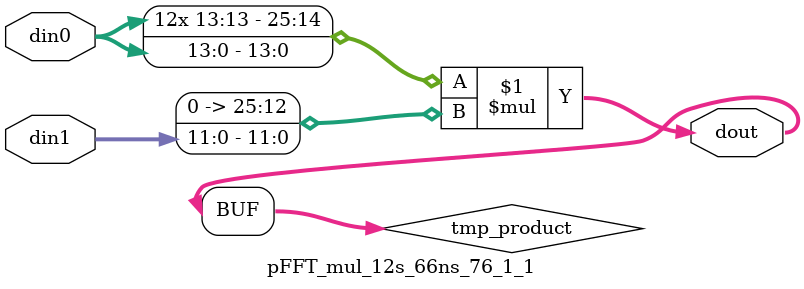
<source format=v>

`timescale 1 ns / 1 ps

 module pFFT_mul_12s_66ns_76_1_1(din0, din1, dout);
parameter ID = 1;
parameter NUM_STAGE = 0;
parameter din0_WIDTH = 14;
parameter din1_WIDTH = 12;
parameter dout_WIDTH = 26;

input [din0_WIDTH - 1 : 0] din0; 
input [din1_WIDTH - 1 : 0] din1; 
output [dout_WIDTH - 1 : 0] dout;

wire signed [dout_WIDTH - 1 : 0] tmp_product;


























assign tmp_product = $signed(din0) * $signed({1'b0, din1});









assign dout = tmp_product;





















endmodule

</source>
